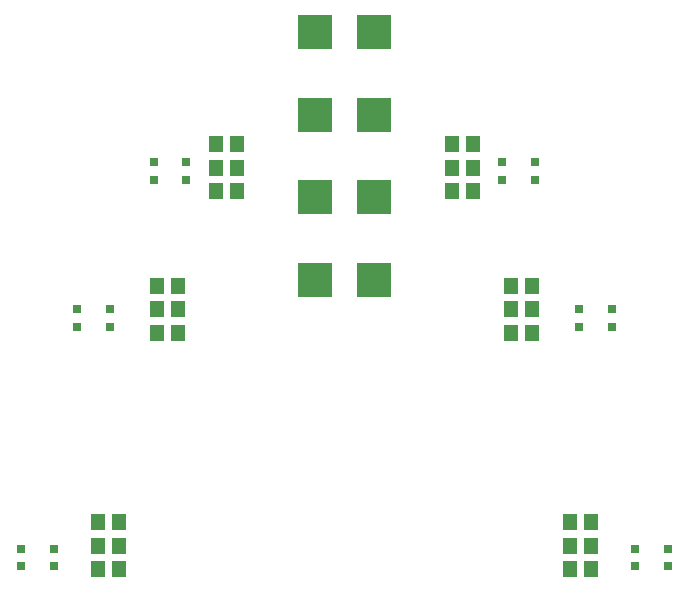
<source format=gts>
G04 #@! TF.FileFunction,Soldermask,Top*
%FSLAX46Y46*%
G04 Gerber Fmt 4.6, Leading zero omitted, Abs format (unit mm)*
G04 Created by KiCad (PCBNEW 4.0.0-rc1-stable) date 15/10/2016 23:53:53*
%MOMM*%
G01*
G04 APERTURE LIST*
%ADD10C,0.100000*%
%ADD11R,0.800000X0.800000*%
%ADD12R,1.150000X1.450000*%
%ADD13R,3.000000X3.000000*%
G04 APERTURE END LIST*
D10*
D11*
X35375000Y-147250000D03*
X32625000Y-147250000D03*
X32625000Y-148750000D03*
X35375000Y-148750000D03*
X82625000Y-127000000D03*
X79875000Y-127000000D03*
X79875000Y-128500000D03*
X82625000Y-128500000D03*
X46625000Y-114500000D03*
X43875000Y-114500000D03*
X43875000Y-116000000D03*
X46625000Y-116000000D03*
X87375000Y-147250000D03*
X84625000Y-147250000D03*
X84625000Y-148750000D03*
X87375000Y-148750000D03*
X40125000Y-127000000D03*
X37375000Y-127000000D03*
X37375000Y-128500000D03*
X40125000Y-128500000D03*
X76125000Y-114500000D03*
X73375000Y-114500000D03*
X73375000Y-116000000D03*
X76125000Y-116000000D03*
D12*
X39100000Y-145000000D03*
X40900000Y-145000000D03*
X75900000Y-127000000D03*
X74100000Y-127000000D03*
X39100000Y-147000000D03*
X40900000Y-147000000D03*
X75900000Y-125000000D03*
X74100000Y-125000000D03*
X39100000Y-149000000D03*
X40900000Y-149000000D03*
X75900000Y-129000000D03*
X74100000Y-129000000D03*
X49100000Y-113000000D03*
X50900000Y-113000000D03*
X49100000Y-115000000D03*
X50900000Y-115000000D03*
X49100000Y-117000000D03*
X50900000Y-117000000D03*
X80900000Y-147000000D03*
X79100000Y-147000000D03*
X44100000Y-127000000D03*
X45900000Y-127000000D03*
X80900000Y-145000000D03*
X79100000Y-145000000D03*
X44100000Y-125000000D03*
X45900000Y-125000000D03*
X80900000Y-149000000D03*
X79100000Y-149000000D03*
X44100000Y-129000000D03*
X45900000Y-129000000D03*
X70900000Y-115000000D03*
X69100000Y-115000000D03*
X70900000Y-113000000D03*
X69100000Y-113000000D03*
X70900000Y-117000000D03*
X69100000Y-117000000D03*
D13*
X62500000Y-103500000D03*
X62500000Y-110500000D03*
X62500000Y-117500000D03*
X62500000Y-124500000D03*
X57500000Y-124500000D03*
X57500000Y-117500000D03*
X57500000Y-110500000D03*
X57500000Y-103500000D03*
M02*

</source>
